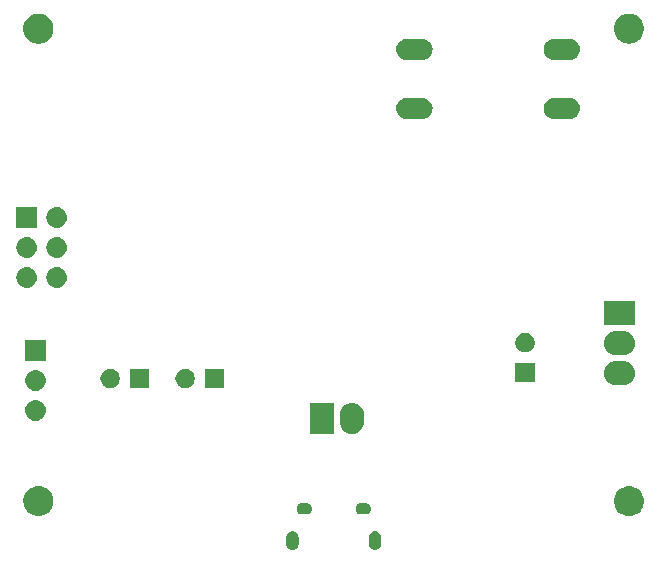
<source format=gbr>
G04 #@! TF.GenerationSoftware,KiCad,Pcbnew,5.0.1*
G04 #@! TF.CreationDate,2018-11-13T22:18:36+00:00*
G04 #@! TF.ProjectId,ESP32-WS2812-Controller,45535033322D5753323831322D436F6E,rev?*
G04 #@! TF.SameCoordinates,Original*
G04 #@! TF.FileFunction,Soldermask,Bot*
G04 #@! TF.FilePolarity,Negative*
%FSLAX46Y46*%
G04 Gerber Fmt 4.6, Leading zero omitted, Abs format (unit mm)*
G04 Created by KiCad (PCBNEW 5.0.1) date Tue 13 Nov 2018 22:18:36 GMT*
%MOMM*%
%LPD*%
G01*
G04 APERTURE LIST*
%ADD10C,0.100000*%
G04 APERTURE END LIST*
D10*
G36*
X126592798Y-147561624D02*
X126601938Y-147562524D01*
X126634610Y-147572435D01*
X126699957Y-147592258D01*
X126790294Y-147640544D01*
X126869475Y-147705525D01*
X126934456Y-147784706D01*
X126982742Y-147875042D01*
X127012476Y-147973062D01*
X127020000Y-148049455D01*
X127020000Y-148650545D01*
X127012476Y-148726938D01*
X126982742Y-148824958D01*
X126934456Y-148915294D01*
X126869475Y-148994475D01*
X126790294Y-149059456D01*
X126699958Y-149107742D01*
X126634611Y-149127565D01*
X126601939Y-149137476D01*
X126592799Y-149138376D01*
X126500000Y-149147516D01*
X126407202Y-149138376D01*
X126398062Y-149137476D01*
X126365390Y-149127565D01*
X126300043Y-149107742D01*
X126209707Y-149059456D01*
X126130526Y-148994475D01*
X126065545Y-148915294D01*
X126017259Y-148824958D01*
X126017258Y-148824956D01*
X125987524Y-148726939D01*
X125980000Y-148650539D01*
X125980000Y-148049456D01*
X125987524Y-147973063D01*
X125987525Y-147973061D01*
X125997435Y-147940390D01*
X126017258Y-147875043D01*
X126065544Y-147784706D01*
X126130525Y-147705525D01*
X126209706Y-147640544D01*
X126300042Y-147592258D01*
X126365389Y-147572435D01*
X126398061Y-147562524D01*
X126407201Y-147561624D01*
X126500000Y-147552484D01*
X126592798Y-147561624D01*
X126592798Y-147561624D01*
G37*
G36*
X133592798Y-147561624D02*
X133601938Y-147562524D01*
X133634610Y-147572435D01*
X133699957Y-147592258D01*
X133790294Y-147640544D01*
X133869475Y-147705525D01*
X133934456Y-147784706D01*
X133982742Y-147875042D01*
X134012476Y-147973062D01*
X134020000Y-148049455D01*
X134020000Y-148650545D01*
X134012476Y-148726938D01*
X133982742Y-148824958D01*
X133934456Y-148915294D01*
X133869475Y-148994475D01*
X133790294Y-149059456D01*
X133699958Y-149107742D01*
X133634611Y-149127565D01*
X133601939Y-149137476D01*
X133592799Y-149138376D01*
X133500000Y-149147516D01*
X133407202Y-149138376D01*
X133398062Y-149137476D01*
X133365390Y-149127565D01*
X133300043Y-149107742D01*
X133209707Y-149059456D01*
X133130526Y-148994475D01*
X133065545Y-148915294D01*
X133017259Y-148824958D01*
X133017258Y-148824956D01*
X132987524Y-148726939D01*
X132980000Y-148650539D01*
X132980000Y-148049456D01*
X132987524Y-147973063D01*
X132987525Y-147973061D01*
X132997435Y-147940390D01*
X133017258Y-147875043D01*
X133065544Y-147784706D01*
X133130525Y-147705525D01*
X133209706Y-147640544D01*
X133300042Y-147592258D01*
X133365389Y-147572435D01*
X133398061Y-147562524D01*
X133407201Y-147561624D01*
X133500000Y-147552484D01*
X133592798Y-147561624D01*
X133592798Y-147561624D01*
G37*
G36*
X155247765Y-143754403D02*
X155370445Y-143778805D01*
X155601571Y-143874541D01*
X155809581Y-144013529D01*
X155986471Y-144190419D01*
X155986473Y-144190422D01*
X156125459Y-144398429D01*
X156221195Y-144629555D01*
X156221195Y-144629557D01*
X156270000Y-144874914D01*
X156270000Y-145125086D01*
X156262625Y-145162162D01*
X156221195Y-145370445D01*
X156145593Y-145552963D01*
X156125459Y-145601571D01*
X155986471Y-145809581D01*
X155809581Y-145986471D01*
X155809578Y-145986473D01*
X155601571Y-146125459D01*
X155370445Y-146221195D01*
X155247765Y-146245597D01*
X155125086Y-146270000D01*
X154874914Y-146270000D01*
X154752235Y-146245597D01*
X154629555Y-146221195D01*
X154398429Y-146125459D01*
X154190422Y-145986473D01*
X154190419Y-145986471D01*
X154013529Y-145809581D01*
X153874541Y-145601571D01*
X153854407Y-145552963D01*
X153778805Y-145370445D01*
X153737375Y-145162162D01*
X153730000Y-145125086D01*
X153730000Y-144874914D01*
X153778805Y-144629557D01*
X153778805Y-144629555D01*
X153874541Y-144398429D01*
X154013527Y-144190422D01*
X154013529Y-144190419D01*
X154190419Y-144013529D01*
X154398429Y-143874541D01*
X154629555Y-143778805D01*
X154752235Y-143754403D01*
X154874914Y-143730000D01*
X155125086Y-143730000D01*
X155247765Y-143754403D01*
X155247765Y-143754403D01*
G37*
G36*
X105247765Y-143754403D02*
X105370445Y-143778805D01*
X105601571Y-143874541D01*
X105809581Y-144013529D01*
X105986471Y-144190419D01*
X105986473Y-144190422D01*
X106125459Y-144398429D01*
X106221195Y-144629555D01*
X106221195Y-144629557D01*
X106270000Y-144874914D01*
X106270000Y-145125086D01*
X106262625Y-145162162D01*
X106221195Y-145370445D01*
X106145593Y-145552963D01*
X106125459Y-145601571D01*
X105986471Y-145809581D01*
X105809581Y-145986471D01*
X105809578Y-145986473D01*
X105601571Y-146125459D01*
X105370445Y-146221195D01*
X105247765Y-146245597D01*
X105125086Y-146270000D01*
X104874914Y-146270000D01*
X104752235Y-146245597D01*
X104629555Y-146221195D01*
X104398429Y-146125459D01*
X104190422Y-145986473D01*
X104190419Y-145986471D01*
X104013529Y-145809581D01*
X103874541Y-145601571D01*
X103854407Y-145552963D01*
X103778805Y-145370445D01*
X103737375Y-145162162D01*
X103730000Y-145125086D01*
X103730000Y-144874914D01*
X103778805Y-144629557D01*
X103778805Y-144629555D01*
X103874541Y-144398429D01*
X104013527Y-144190422D01*
X104013529Y-144190419D01*
X104190419Y-144013529D01*
X104398429Y-143874541D01*
X104629555Y-143778805D01*
X104752235Y-143754403D01*
X104874914Y-143730000D01*
X105125086Y-143730000D01*
X105247765Y-143754403D01*
X105247765Y-143754403D01*
G37*
G36*
X127747037Y-145162162D02*
X127840345Y-145190467D01*
X127926338Y-145236431D01*
X128001711Y-145298289D01*
X128063569Y-145373662D01*
X128109533Y-145459655D01*
X128137838Y-145552963D01*
X128147395Y-145650000D01*
X128137838Y-145747037D01*
X128109533Y-145840345D01*
X128063569Y-145926338D01*
X128001711Y-146001711D01*
X127926338Y-146063569D01*
X127840345Y-146109533D01*
X127747037Y-146137838D01*
X127674318Y-146145000D01*
X127325682Y-146145000D01*
X127252963Y-146137838D01*
X127159655Y-146109533D01*
X127073662Y-146063569D01*
X126998289Y-146001711D01*
X126936431Y-145926338D01*
X126890467Y-145840345D01*
X126862162Y-145747037D01*
X126852605Y-145650000D01*
X126862162Y-145552963D01*
X126890467Y-145459655D01*
X126936431Y-145373662D01*
X126998289Y-145298289D01*
X127073662Y-145236431D01*
X127159655Y-145190467D01*
X127252963Y-145162162D01*
X127325682Y-145155000D01*
X127674318Y-145155000D01*
X127747037Y-145162162D01*
X127747037Y-145162162D01*
G37*
G36*
X132747037Y-145162162D02*
X132840345Y-145190467D01*
X132926338Y-145236431D01*
X133001711Y-145298289D01*
X133063569Y-145373662D01*
X133109533Y-145459655D01*
X133137838Y-145552963D01*
X133147395Y-145650000D01*
X133137838Y-145747037D01*
X133109533Y-145840345D01*
X133063569Y-145926338D01*
X133001711Y-146001711D01*
X132926338Y-146063569D01*
X132840345Y-146109533D01*
X132747037Y-146137838D01*
X132674318Y-146145000D01*
X132325682Y-146145000D01*
X132252963Y-146137838D01*
X132159655Y-146109533D01*
X132073662Y-146063569D01*
X131998289Y-146001711D01*
X131936431Y-145926338D01*
X131890467Y-145840345D01*
X131862162Y-145747037D01*
X131852605Y-145650000D01*
X131862162Y-145552963D01*
X131890467Y-145459655D01*
X131936431Y-145373662D01*
X131998289Y-145298289D01*
X132073662Y-145236431D01*
X132159655Y-145190467D01*
X132252963Y-145162162D01*
X132325682Y-145155000D01*
X132674318Y-145155000D01*
X132747037Y-145162162D01*
X132747037Y-145162162D01*
G37*
G36*
X131739955Y-136694758D02*
X131932223Y-136753083D01*
X131932225Y-136753084D01*
X132109423Y-136847798D01*
X132161195Y-136890286D01*
X132264742Y-136975264D01*
X132392201Y-137130574D01*
X132486917Y-137307776D01*
X132545242Y-137500044D01*
X132560000Y-137649891D01*
X132560000Y-138350108D01*
X132545242Y-138499955D01*
X132486917Y-138692225D01*
X132392203Y-138869424D01*
X132264739Y-139024739D01*
X132109426Y-139152201D01*
X131932224Y-139246917D01*
X131739956Y-139305242D01*
X131540000Y-139324935D01*
X131340045Y-139305242D01*
X131147777Y-139246917D01*
X130970575Y-139152201D01*
X130815262Y-139024739D01*
X130687800Y-138869425D01*
X130593083Y-138692224D01*
X130534758Y-138499956D01*
X130520000Y-138350109D01*
X130520000Y-137649892D01*
X130534758Y-137500045D01*
X130593083Y-137307777D01*
X130687797Y-137130579D01*
X130687798Y-137130577D01*
X130730286Y-137078805D01*
X130815264Y-136975258D01*
X130970574Y-136847799D01*
X131147776Y-136753083D01*
X131340044Y-136694758D01*
X131540000Y-136675065D01*
X131739955Y-136694758D01*
X131739955Y-136694758D01*
G37*
G36*
X130020000Y-139320000D02*
X127980000Y-139320000D01*
X127980000Y-136680000D01*
X130020000Y-136680000D01*
X130020000Y-139320000D01*
X130020000Y-139320000D01*
G37*
G36*
X104920546Y-136472588D02*
X104920549Y-136472589D01*
X104920550Y-136472589D01*
X105084545Y-136522336D01*
X105084547Y-136522337D01*
X105235686Y-136603122D01*
X105368159Y-136711841D01*
X105476878Y-136844314D01*
X105546871Y-136975262D01*
X105557664Y-136995455D01*
X105598653Y-137130579D01*
X105607412Y-137159454D01*
X105624209Y-137330000D01*
X105607412Y-137500546D01*
X105557663Y-137664547D01*
X105476878Y-137815686D01*
X105368159Y-137948159D01*
X105235686Y-138056878D01*
X105084547Y-138137663D01*
X105084545Y-138137664D01*
X104920550Y-138187411D01*
X104920549Y-138187411D01*
X104920546Y-138187412D01*
X104792738Y-138200000D01*
X104707262Y-138200000D01*
X104579454Y-138187412D01*
X104579451Y-138187411D01*
X104579450Y-138187411D01*
X104415455Y-138137664D01*
X104415453Y-138137663D01*
X104264314Y-138056878D01*
X104131841Y-137948159D01*
X104023122Y-137815686D01*
X103942337Y-137664547D01*
X103892588Y-137500546D01*
X103875791Y-137330000D01*
X103892588Y-137159454D01*
X103901347Y-137130579D01*
X103942336Y-136995455D01*
X103953129Y-136975262D01*
X104023122Y-136844314D01*
X104131841Y-136711841D01*
X104264314Y-136603122D01*
X104415453Y-136522337D01*
X104415455Y-136522336D01*
X104579450Y-136472589D01*
X104579451Y-136472589D01*
X104579454Y-136472588D01*
X104707262Y-136460000D01*
X104792738Y-136460000D01*
X104920546Y-136472588D01*
X104920546Y-136472588D01*
G37*
G36*
X104920546Y-133932588D02*
X104920549Y-133932589D01*
X104920550Y-133932589D01*
X105084545Y-133982336D01*
X105084547Y-133982337D01*
X105235686Y-134063122D01*
X105368159Y-134171841D01*
X105476878Y-134304314D01*
X105557663Y-134455453D01*
X105557664Y-134455455D01*
X105583079Y-134539237D01*
X105607412Y-134619454D01*
X105624209Y-134790000D01*
X105607412Y-134960546D01*
X105607411Y-134960549D01*
X105607411Y-134960550D01*
X105585676Y-135032202D01*
X105557663Y-135124547D01*
X105476878Y-135275686D01*
X105368159Y-135408159D01*
X105235686Y-135516878D01*
X105084547Y-135597663D01*
X105084545Y-135597664D01*
X104920550Y-135647411D01*
X104920549Y-135647411D01*
X104920546Y-135647412D01*
X104792738Y-135660000D01*
X104707262Y-135660000D01*
X104579454Y-135647412D01*
X104579451Y-135647411D01*
X104579450Y-135647411D01*
X104415455Y-135597664D01*
X104415453Y-135597663D01*
X104264314Y-135516878D01*
X104131841Y-135408159D01*
X104023122Y-135275686D01*
X103942337Y-135124547D01*
X103914325Y-135032202D01*
X103892589Y-134960550D01*
X103892589Y-134960549D01*
X103892588Y-134960546D01*
X103875791Y-134790000D01*
X103892588Y-134619454D01*
X103916921Y-134539237D01*
X103942336Y-134455455D01*
X103942337Y-134455453D01*
X104023122Y-134304314D01*
X104131841Y-134171841D01*
X104264314Y-134063122D01*
X104415453Y-133982337D01*
X104415455Y-133982336D01*
X104579450Y-133932589D01*
X104579451Y-133932589D01*
X104579454Y-133932588D01*
X104707262Y-133920000D01*
X104792738Y-133920000D01*
X104920546Y-133932588D01*
X104920546Y-133932588D01*
G37*
G36*
X111229974Y-133815756D02*
X111309185Y-133831512D01*
X111458416Y-133893325D01*
X111592720Y-133983064D01*
X111706936Y-134097280D01*
X111796675Y-134231584D01*
X111858488Y-134380815D01*
X111890000Y-134539237D01*
X111890000Y-134700763D01*
X111858488Y-134859185D01*
X111796675Y-135008416D01*
X111706936Y-135142720D01*
X111592720Y-135256936D01*
X111458416Y-135346675D01*
X111309185Y-135408488D01*
X111229974Y-135424244D01*
X111150764Y-135440000D01*
X110989236Y-135440000D01*
X110910026Y-135424244D01*
X110830815Y-135408488D01*
X110681584Y-135346675D01*
X110547280Y-135256936D01*
X110433064Y-135142720D01*
X110343325Y-135008416D01*
X110281512Y-134859185D01*
X110250000Y-134700763D01*
X110250000Y-134539237D01*
X110281512Y-134380815D01*
X110343325Y-134231584D01*
X110433064Y-134097280D01*
X110547280Y-133983064D01*
X110681584Y-133893325D01*
X110830815Y-133831512D01*
X110910026Y-133815756D01*
X110989236Y-133800000D01*
X111150764Y-133800000D01*
X111229974Y-133815756D01*
X111229974Y-133815756D01*
G37*
G36*
X114390000Y-135440000D02*
X112750000Y-135440000D01*
X112750000Y-133800000D01*
X114390000Y-133800000D01*
X114390000Y-135440000D01*
X114390000Y-135440000D01*
G37*
G36*
X117579974Y-133815756D02*
X117659185Y-133831512D01*
X117808416Y-133893325D01*
X117942720Y-133983064D01*
X118056936Y-134097280D01*
X118146675Y-134231584D01*
X118208488Y-134380815D01*
X118240000Y-134539237D01*
X118240000Y-134700763D01*
X118208488Y-134859185D01*
X118146675Y-135008416D01*
X118056936Y-135142720D01*
X117942720Y-135256936D01*
X117808416Y-135346675D01*
X117659185Y-135408488D01*
X117579974Y-135424244D01*
X117500764Y-135440000D01*
X117339236Y-135440000D01*
X117260026Y-135424244D01*
X117180815Y-135408488D01*
X117031584Y-135346675D01*
X116897280Y-135256936D01*
X116783064Y-135142720D01*
X116693325Y-135008416D01*
X116631512Y-134859185D01*
X116600000Y-134700763D01*
X116600000Y-134539237D01*
X116631512Y-134380815D01*
X116693325Y-134231584D01*
X116783064Y-134097280D01*
X116897280Y-133983064D01*
X117031584Y-133893325D01*
X117180815Y-133831512D01*
X117260026Y-133815756D01*
X117339236Y-133800000D01*
X117500764Y-133800000D01*
X117579974Y-133815756D01*
X117579974Y-133815756D01*
G37*
G36*
X120740000Y-135440000D02*
X119100000Y-135440000D01*
X119100000Y-133800000D01*
X120740000Y-133800000D01*
X120740000Y-135440000D01*
X120740000Y-135440000D01*
G37*
G36*
X154699956Y-133174758D02*
X154892224Y-133233083D01*
X155069426Y-133327799D01*
X155224739Y-133455261D01*
X155352201Y-133610574D01*
X155446917Y-133787776D01*
X155505242Y-133980044D01*
X155524935Y-134180000D01*
X155505242Y-134379956D01*
X155446917Y-134572224D01*
X155352201Y-134749426D01*
X155224739Y-134904739D01*
X155069426Y-135032201D01*
X154892224Y-135126917D01*
X154699956Y-135185242D01*
X154550109Y-135200000D01*
X153849891Y-135200000D01*
X153700044Y-135185242D01*
X153507776Y-135126917D01*
X153330574Y-135032201D01*
X153175261Y-134904739D01*
X153047799Y-134749426D01*
X152953083Y-134572224D01*
X152894758Y-134379956D01*
X152875065Y-134180000D01*
X152894758Y-133980044D01*
X152953083Y-133787776D01*
X153047799Y-133610574D01*
X153175261Y-133455261D01*
X153330574Y-133327799D01*
X153507776Y-133233083D01*
X153700044Y-133174758D01*
X153849891Y-133160000D01*
X154550109Y-133160000D01*
X154699956Y-133174758D01*
X154699956Y-133174758D01*
G37*
G36*
X147020000Y-134920000D02*
X145380000Y-134920000D01*
X145380000Y-133280000D01*
X147020000Y-133280000D01*
X147020000Y-134920000D01*
X147020000Y-134920000D01*
G37*
G36*
X105620000Y-133120000D02*
X103880000Y-133120000D01*
X103880000Y-131380000D01*
X105620000Y-131380000D01*
X105620000Y-133120000D01*
X105620000Y-133120000D01*
G37*
G36*
X154699956Y-130634758D02*
X154892224Y-130693083D01*
X155069426Y-130787799D01*
X155224739Y-130915261D01*
X155352201Y-131070574D01*
X155446917Y-131247776D01*
X155505242Y-131440044D01*
X155524935Y-131640000D01*
X155505242Y-131839956D01*
X155446917Y-132032224D01*
X155352201Y-132209426D01*
X155224739Y-132364739D01*
X155069426Y-132492201D01*
X154892224Y-132586917D01*
X154699956Y-132645242D01*
X154550109Y-132660000D01*
X153849891Y-132660000D01*
X153700044Y-132645242D01*
X153507776Y-132586917D01*
X153330574Y-132492201D01*
X153175261Y-132364739D01*
X153047799Y-132209426D01*
X152953083Y-132032224D01*
X152894758Y-131839956D01*
X152875065Y-131640000D01*
X152894758Y-131440044D01*
X152953083Y-131247776D01*
X153047799Y-131070574D01*
X153175261Y-130915261D01*
X153330574Y-130787799D01*
X153507776Y-130693083D01*
X153700044Y-130634758D01*
X153849891Y-130620000D01*
X154550109Y-130620000D01*
X154699956Y-130634758D01*
X154699956Y-130634758D01*
G37*
G36*
X146359974Y-130795756D02*
X146439185Y-130811512D01*
X146588416Y-130873325D01*
X146722720Y-130963064D01*
X146836936Y-131077280D01*
X146926675Y-131211584D01*
X146988488Y-131360815D01*
X147020000Y-131519237D01*
X147020000Y-131680763D01*
X146988488Y-131839185D01*
X146926675Y-131988416D01*
X146836936Y-132122720D01*
X146722720Y-132236936D01*
X146588416Y-132326675D01*
X146439185Y-132388488D01*
X146359974Y-132404244D01*
X146280764Y-132420000D01*
X146119236Y-132420000D01*
X146040026Y-132404244D01*
X145960815Y-132388488D01*
X145811584Y-132326675D01*
X145677280Y-132236936D01*
X145563064Y-132122720D01*
X145473325Y-131988416D01*
X145411512Y-131839185D01*
X145380000Y-131680763D01*
X145380000Y-131519237D01*
X145411512Y-131360815D01*
X145473325Y-131211584D01*
X145563064Y-131077280D01*
X145677280Y-130963064D01*
X145811584Y-130873325D01*
X145960815Y-130811512D01*
X146040026Y-130795756D01*
X146119236Y-130780000D01*
X146280764Y-130780000D01*
X146359974Y-130795756D01*
X146359974Y-130795756D01*
G37*
G36*
X155520000Y-130120000D02*
X152880000Y-130120000D01*
X152880000Y-128080000D01*
X155520000Y-128080000D01*
X155520000Y-130120000D01*
X155520000Y-130120000D01*
G37*
G36*
X106710546Y-125222588D02*
X106710549Y-125222589D01*
X106710550Y-125222589D01*
X106874545Y-125272336D01*
X106874547Y-125272337D01*
X107025686Y-125353122D01*
X107158159Y-125461841D01*
X107266878Y-125594314D01*
X107347663Y-125745453D01*
X107397412Y-125909454D01*
X107414209Y-126080000D01*
X107397412Y-126250546D01*
X107347663Y-126414547D01*
X107266878Y-126565686D01*
X107158159Y-126698159D01*
X107025686Y-126806878D01*
X106874547Y-126887663D01*
X106874545Y-126887664D01*
X106710550Y-126937411D01*
X106710549Y-126937411D01*
X106710546Y-126937412D01*
X106582738Y-126950000D01*
X106497262Y-126950000D01*
X106369454Y-126937412D01*
X106369451Y-126937411D01*
X106369450Y-126937411D01*
X106205455Y-126887664D01*
X106205453Y-126887663D01*
X106054314Y-126806878D01*
X105921841Y-126698159D01*
X105813122Y-126565686D01*
X105732337Y-126414547D01*
X105682588Y-126250546D01*
X105665791Y-126080000D01*
X105682588Y-125909454D01*
X105732337Y-125745453D01*
X105813122Y-125594314D01*
X105921841Y-125461841D01*
X106054314Y-125353122D01*
X106205453Y-125272337D01*
X106205455Y-125272336D01*
X106369450Y-125222589D01*
X106369451Y-125222589D01*
X106369454Y-125222588D01*
X106497262Y-125210000D01*
X106582738Y-125210000D01*
X106710546Y-125222588D01*
X106710546Y-125222588D01*
G37*
G36*
X104170546Y-125222588D02*
X104170549Y-125222589D01*
X104170550Y-125222589D01*
X104334545Y-125272336D01*
X104334547Y-125272337D01*
X104485686Y-125353122D01*
X104618159Y-125461841D01*
X104726878Y-125594314D01*
X104807663Y-125745453D01*
X104857412Y-125909454D01*
X104874209Y-126080000D01*
X104857412Y-126250546D01*
X104807663Y-126414547D01*
X104726878Y-126565686D01*
X104618159Y-126698159D01*
X104485686Y-126806878D01*
X104334547Y-126887663D01*
X104334545Y-126887664D01*
X104170550Y-126937411D01*
X104170549Y-126937411D01*
X104170546Y-126937412D01*
X104042738Y-126950000D01*
X103957262Y-126950000D01*
X103829454Y-126937412D01*
X103829451Y-126937411D01*
X103829450Y-126937411D01*
X103665455Y-126887664D01*
X103665453Y-126887663D01*
X103514314Y-126806878D01*
X103381841Y-126698159D01*
X103273122Y-126565686D01*
X103192337Y-126414547D01*
X103142588Y-126250546D01*
X103125791Y-126080000D01*
X103142588Y-125909454D01*
X103192337Y-125745453D01*
X103273122Y-125594314D01*
X103381841Y-125461841D01*
X103514314Y-125353122D01*
X103665453Y-125272337D01*
X103665455Y-125272336D01*
X103829450Y-125222589D01*
X103829451Y-125222589D01*
X103829454Y-125222588D01*
X103957262Y-125210000D01*
X104042738Y-125210000D01*
X104170546Y-125222588D01*
X104170546Y-125222588D01*
G37*
G36*
X106710546Y-122682588D02*
X106710549Y-122682589D01*
X106710550Y-122682589D01*
X106874545Y-122732336D01*
X106874547Y-122732337D01*
X107025686Y-122813122D01*
X107158159Y-122921841D01*
X107266878Y-123054314D01*
X107347663Y-123205453D01*
X107397412Y-123369454D01*
X107414209Y-123540000D01*
X107397412Y-123710546D01*
X107347663Y-123874547D01*
X107266878Y-124025686D01*
X107158159Y-124158159D01*
X107025686Y-124266878D01*
X106874547Y-124347663D01*
X106874545Y-124347664D01*
X106710550Y-124397411D01*
X106710549Y-124397411D01*
X106710546Y-124397412D01*
X106582738Y-124410000D01*
X106497262Y-124410000D01*
X106369454Y-124397412D01*
X106369451Y-124397411D01*
X106369450Y-124397411D01*
X106205455Y-124347664D01*
X106205453Y-124347663D01*
X106054314Y-124266878D01*
X105921841Y-124158159D01*
X105813122Y-124025686D01*
X105732337Y-123874547D01*
X105682588Y-123710546D01*
X105665791Y-123540000D01*
X105682588Y-123369454D01*
X105732337Y-123205453D01*
X105813122Y-123054314D01*
X105921841Y-122921841D01*
X106054314Y-122813122D01*
X106205453Y-122732337D01*
X106205455Y-122732336D01*
X106369450Y-122682589D01*
X106369451Y-122682589D01*
X106369454Y-122682588D01*
X106497262Y-122670000D01*
X106582738Y-122670000D01*
X106710546Y-122682588D01*
X106710546Y-122682588D01*
G37*
G36*
X104170546Y-122682588D02*
X104170549Y-122682589D01*
X104170550Y-122682589D01*
X104334545Y-122732336D01*
X104334547Y-122732337D01*
X104485686Y-122813122D01*
X104618159Y-122921841D01*
X104726878Y-123054314D01*
X104807663Y-123205453D01*
X104857412Y-123369454D01*
X104874209Y-123540000D01*
X104857412Y-123710546D01*
X104807663Y-123874547D01*
X104726878Y-124025686D01*
X104618159Y-124158159D01*
X104485686Y-124266878D01*
X104334547Y-124347663D01*
X104334545Y-124347664D01*
X104170550Y-124397411D01*
X104170549Y-124397411D01*
X104170546Y-124397412D01*
X104042738Y-124410000D01*
X103957262Y-124410000D01*
X103829454Y-124397412D01*
X103829451Y-124397411D01*
X103829450Y-124397411D01*
X103665455Y-124347664D01*
X103665453Y-124347663D01*
X103514314Y-124266878D01*
X103381841Y-124158159D01*
X103273122Y-124025686D01*
X103192337Y-123874547D01*
X103142588Y-123710546D01*
X103125791Y-123540000D01*
X103142588Y-123369454D01*
X103192337Y-123205453D01*
X103273122Y-123054314D01*
X103381841Y-122921841D01*
X103514314Y-122813122D01*
X103665453Y-122732337D01*
X103665455Y-122732336D01*
X103829450Y-122682589D01*
X103829451Y-122682589D01*
X103829454Y-122682588D01*
X103957262Y-122670000D01*
X104042738Y-122670000D01*
X104170546Y-122682588D01*
X104170546Y-122682588D01*
G37*
G36*
X106710546Y-120142588D02*
X106710549Y-120142589D01*
X106710550Y-120142589D01*
X106874545Y-120192336D01*
X106874547Y-120192337D01*
X107025686Y-120273122D01*
X107158159Y-120381841D01*
X107266878Y-120514314D01*
X107347663Y-120665453D01*
X107397412Y-120829454D01*
X107414209Y-121000000D01*
X107397412Y-121170546D01*
X107347663Y-121334547D01*
X107266878Y-121485686D01*
X107158159Y-121618159D01*
X107025686Y-121726878D01*
X106874547Y-121807663D01*
X106874545Y-121807664D01*
X106710550Y-121857411D01*
X106710549Y-121857411D01*
X106710546Y-121857412D01*
X106582738Y-121870000D01*
X106497262Y-121870000D01*
X106369454Y-121857412D01*
X106369451Y-121857411D01*
X106369450Y-121857411D01*
X106205455Y-121807664D01*
X106205453Y-121807663D01*
X106054314Y-121726878D01*
X105921841Y-121618159D01*
X105813122Y-121485686D01*
X105732337Y-121334547D01*
X105682588Y-121170546D01*
X105665791Y-121000000D01*
X105682588Y-120829454D01*
X105732337Y-120665453D01*
X105813122Y-120514314D01*
X105921841Y-120381841D01*
X106054314Y-120273122D01*
X106205453Y-120192337D01*
X106205455Y-120192336D01*
X106369450Y-120142589D01*
X106369451Y-120142589D01*
X106369454Y-120142588D01*
X106497262Y-120130000D01*
X106582738Y-120130000D01*
X106710546Y-120142588D01*
X106710546Y-120142588D01*
G37*
G36*
X104870000Y-121870000D02*
X103130000Y-121870000D01*
X103130000Y-120130000D01*
X104870000Y-120130000D01*
X104870000Y-121870000D01*
X104870000Y-121870000D01*
G37*
G36*
X150049768Y-110878957D02*
X150153616Y-110889185D01*
X150320175Y-110939710D01*
X150362436Y-110962299D01*
X150473673Y-111021756D01*
X150608223Y-111132177D01*
X150718644Y-111266727D01*
X150778101Y-111377964D01*
X150800690Y-111420225D01*
X150851215Y-111586784D01*
X150868275Y-111760000D01*
X150851215Y-111933216D01*
X150800690Y-112099775D01*
X150800687Y-112099780D01*
X150718644Y-112253273D01*
X150608223Y-112387823D01*
X150473673Y-112498244D01*
X150362436Y-112557701D01*
X150320175Y-112580290D01*
X150153616Y-112630815D01*
X150049768Y-112641043D01*
X150023807Y-112643600D01*
X148616193Y-112643600D01*
X148590232Y-112641043D01*
X148486384Y-112630815D01*
X148319825Y-112580290D01*
X148277564Y-112557701D01*
X148166327Y-112498244D01*
X148031777Y-112387823D01*
X147921356Y-112253273D01*
X147839313Y-112099780D01*
X147839310Y-112099775D01*
X147788785Y-111933216D01*
X147771725Y-111760000D01*
X147788785Y-111586784D01*
X147839310Y-111420225D01*
X147861899Y-111377964D01*
X147921356Y-111266727D01*
X148031777Y-111132177D01*
X148166327Y-111021756D01*
X148277564Y-110962299D01*
X148319825Y-110939710D01*
X148486384Y-110889185D01*
X148590232Y-110878957D01*
X148616193Y-110876400D01*
X150023807Y-110876400D01*
X150049768Y-110878957D01*
X150049768Y-110878957D01*
G37*
G36*
X137549768Y-110878957D02*
X137653616Y-110889185D01*
X137820175Y-110939710D01*
X137862436Y-110962299D01*
X137973673Y-111021756D01*
X138108223Y-111132177D01*
X138218644Y-111266727D01*
X138278101Y-111377964D01*
X138300690Y-111420225D01*
X138351215Y-111586784D01*
X138368275Y-111760000D01*
X138351215Y-111933216D01*
X138300690Y-112099775D01*
X138300687Y-112099780D01*
X138218644Y-112253273D01*
X138108223Y-112387823D01*
X137973673Y-112498244D01*
X137862436Y-112557701D01*
X137820175Y-112580290D01*
X137653616Y-112630815D01*
X137549768Y-112641043D01*
X137523807Y-112643600D01*
X136116193Y-112643600D01*
X136090232Y-112641043D01*
X135986384Y-112630815D01*
X135819825Y-112580290D01*
X135777564Y-112557701D01*
X135666327Y-112498244D01*
X135531777Y-112387823D01*
X135421356Y-112253273D01*
X135339313Y-112099780D01*
X135339310Y-112099775D01*
X135288785Y-111933216D01*
X135271725Y-111760000D01*
X135288785Y-111586784D01*
X135339310Y-111420225D01*
X135361899Y-111377964D01*
X135421356Y-111266727D01*
X135531777Y-111132177D01*
X135666327Y-111021756D01*
X135777564Y-110962299D01*
X135819825Y-110939710D01*
X135986384Y-110889185D01*
X136090232Y-110878957D01*
X136116193Y-110876400D01*
X137523807Y-110876400D01*
X137549768Y-110878957D01*
X137549768Y-110878957D01*
G37*
G36*
X137549768Y-105878957D02*
X137653616Y-105889185D01*
X137820175Y-105939710D01*
X137862436Y-105962299D01*
X137973673Y-106021756D01*
X138108223Y-106132177D01*
X138218644Y-106266727D01*
X138220393Y-106270000D01*
X138300690Y-106420225D01*
X138351215Y-106586784D01*
X138368275Y-106760000D01*
X138351215Y-106933216D01*
X138300690Y-107099775D01*
X138300687Y-107099780D01*
X138218644Y-107253273D01*
X138108223Y-107387823D01*
X137973673Y-107498244D01*
X137862436Y-107557701D01*
X137820175Y-107580290D01*
X137653616Y-107630815D01*
X137549768Y-107641043D01*
X137523807Y-107643600D01*
X136116193Y-107643600D01*
X136090232Y-107641043D01*
X135986384Y-107630815D01*
X135819825Y-107580290D01*
X135777564Y-107557701D01*
X135666327Y-107498244D01*
X135531777Y-107387823D01*
X135421356Y-107253273D01*
X135339313Y-107099780D01*
X135339310Y-107099775D01*
X135288785Y-106933216D01*
X135271725Y-106760000D01*
X135288785Y-106586784D01*
X135339310Y-106420225D01*
X135419607Y-106270000D01*
X135421356Y-106266727D01*
X135531777Y-106132177D01*
X135666327Y-106021756D01*
X135777564Y-105962299D01*
X135819825Y-105939710D01*
X135986384Y-105889185D01*
X136090232Y-105878957D01*
X136116193Y-105876400D01*
X137523807Y-105876400D01*
X137549768Y-105878957D01*
X137549768Y-105878957D01*
G37*
G36*
X150049768Y-105878957D02*
X150153616Y-105889185D01*
X150320175Y-105939710D01*
X150362436Y-105962299D01*
X150473673Y-106021756D01*
X150608223Y-106132177D01*
X150718644Y-106266727D01*
X150720393Y-106270000D01*
X150800690Y-106420225D01*
X150851215Y-106586784D01*
X150868275Y-106760000D01*
X150851215Y-106933216D01*
X150800690Y-107099775D01*
X150800687Y-107099780D01*
X150718644Y-107253273D01*
X150608223Y-107387823D01*
X150473673Y-107498244D01*
X150362436Y-107557701D01*
X150320175Y-107580290D01*
X150153616Y-107630815D01*
X150049768Y-107641043D01*
X150023807Y-107643600D01*
X148616193Y-107643600D01*
X148590232Y-107641043D01*
X148486384Y-107630815D01*
X148319825Y-107580290D01*
X148277564Y-107557701D01*
X148166327Y-107498244D01*
X148031777Y-107387823D01*
X147921356Y-107253273D01*
X147839313Y-107099780D01*
X147839310Y-107099775D01*
X147788785Y-106933216D01*
X147771725Y-106760000D01*
X147788785Y-106586784D01*
X147839310Y-106420225D01*
X147919607Y-106270000D01*
X147921356Y-106266727D01*
X148031777Y-106132177D01*
X148166327Y-106021756D01*
X148277564Y-105962299D01*
X148319825Y-105939710D01*
X148486384Y-105889185D01*
X148590232Y-105878957D01*
X148616193Y-105876400D01*
X150023807Y-105876400D01*
X150049768Y-105878957D01*
X150049768Y-105878957D01*
G37*
G36*
X155247765Y-103754403D02*
X155370445Y-103778805D01*
X155601571Y-103874541D01*
X155809581Y-104013529D01*
X155986471Y-104190419D01*
X155986473Y-104190422D01*
X156125459Y-104398429D01*
X156221195Y-104629555D01*
X156270000Y-104874916D01*
X156270000Y-105125084D01*
X156221195Y-105370445D01*
X156125459Y-105601571D01*
X155986471Y-105809581D01*
X155809581Y-105986471D01*
X155809578Y-105986473D01*
X155601571Y-106125459D01*
X155370445Y-106221195D01*
X155247765Y-106245597D01*
X155125086Y-106270000D01*
X154874914Y-106270000D01*
X154752236Y-106245598D01*
X154629555Y-106221195D01*
X154398429Y-106125459D01*
X154190422Y-105986473D01*
X154190419Y-105986471D01*
X154013529Y-105809581D01*
X153874541Y-105601571D01*
X153778805Y-105370445D01*
X153730000Y-105125084D01*
X153730000Y-104874916D01*
X153778805Y-104629555D01*
X153874541Y-104398429D01*
X154013527Y-104190422D01*
X154013529Y-104190419D01*
X154190419Y-104013529D01*
X154398429Y-103874541D01*
X154629555Y-103778805D01*
X154752235Y-103754403D01*
X154874914Y-103730000D01*
X155125086Y-103730000D01*
X155247765Y-103754403D01*
X155247765Y-103754403D01*
G37*
G36*
X105247765Y-103754403D02*
X105370445Y-103778805D01*
X105601571Y-103874541D01*
X105809581Y-104013529D01*
X105986471Y-104190419D01*
X105986473Y-104190422D01*
X106125459Y-104398429D01*
X106221195Y-104629555D01*
X106270000Y-104874916D01*
X106270000Y-105125084D01*
X106221195Y-105370445D01*
X106125459Y-105601571D01*
X105986471Y-105809581D01*
X105809581Y-105986471D01*
X105809578Y-105986473D01*
X105601571Y-106125459D01*
X105370445Y-106221195D01*
X105247765Y-106245597D01*
X105125086Y-106270000D01*
X104874914Y-106270000D01*
X104752236Y-106245598D01*
X104629555Y-106221195D01*
X104398429Y-106125459D01*
X104190422Y-105986473D01*
X104190419Y-105986471D01*
X104013529Y-105809581D01*
X103874541Y-105601571D01*
X103778805Y-105370445D01*
X103730000Y-105125084D01*
X103730000Y-104874916D01*
X103778805Y-104629555D01*
X103874541Y-104398429D01*
X104013527Y-104190422D01*
X104013529Y-104190419D01*
X104190419Y-104013529D01*
X104398429Y-103874541D01*
X104629555Y-103778805D01*
X104752235Y-103754403D01*
X104874914Y-103730000D01*
X105125086Y-103730000D01*
X105247765Y-103754403D01*
X105247765Y-103754403D01*
G37*
M02*

</source>
